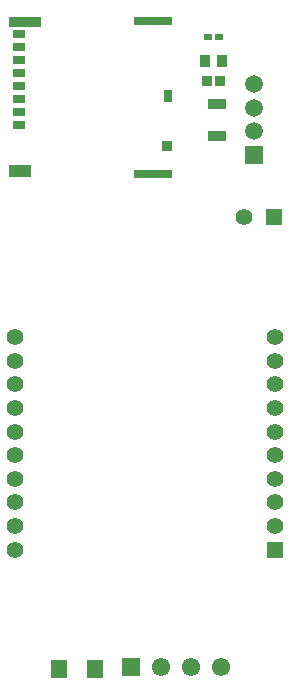
<source format=gbr>
%TF.GenerationSoftware,Altium Limited,Altium Designer,20.0.9 (164)*%
G04 Layer_Color=255*
%FSLAX26Y26*%
%MOIN*%
%TF.FileFunction,Pads,Top*%
%TF.Part,Single*%
G01*
G75*
%TA.AperFunction,SMDPad,CuDef*%
%ADD10R,0.055118X0.059055*%
%ADD11R,0.033465X0.035433*%
%ADD12R,0.025984X0.024409*%
%ADD13R,0.037402X0.041339*%
%TA.AperFunction,ConnectorPad*%
%ADD14R,0.043307X0.027559*%
%ADD15R,0.110236X0.033858*%
%ADD16R,0.129921X0.027559*%
%ADD17R,0.072047X0.044882*%
%ADD18R,0.030709X0.041339*%
%ADD19R,0.036614X0.035433*%
%TA.AperFunction,SMDPad,CuDef*%
%ADD20R,0.062992X0.035433*%
%TA.AperFunction,ComponentPad*%
%ADD24R,0.055118X0.055118*%
%ADD25C,0.055118*%
%ADD26C,0.061024*%
%ADD27R,0.061024X0.061024*%
%ADD28C,0.059055*%
%ADD29R,0.059055X0.059055*%
D10*
X1215945Y730000D02*
D03*
X1334055D02*
D03*
D11*
X1752638Y2690000D02*
D03*
X1707362D02*
D03*
D12*
X1747323Y2835000D02*
D03*
X1712677D02*
D03*
D13*
X1701457Y2755000D02*
D03*
X1758543D02*
D03*
D14*
X1083150Y2844449D02*
D03*
Y2801142D02*
D03*
Y2757835D02*
D03*
Y2714528D02*
D03*
Y2671220D02*
D03*
Y2627914D02*
D03*
Y2584606D02*
D03*
Y2541299D02*
D03*
D15*
X1102835Y2886969D02*
D03*
D16*
X1527244Y2890118D02*
D03*
Y2379882D02*
D03*
D17*
X1083740Y2388543D02*
D03*
D18*
X1576850Y2638740D02*
D03*
D19*
X1573898Y2470827D02*
D03*
D20*
X1740000Y2506850D02*
D03*
Y2613150D02*
D03*
D24*
X1930000Y2235000D02*
D03*
X1935000Y1126339D02*
D03*
D25*
X1830000Y2235000D02*
D03*
X1068858Y1126339D02*
D03*
Y1205079D02*
D03*
Y1283819D02*
D03*
Y1362559D02*
D03*
Y1441299D02*
D03*
Y1520039D02*
D03*
Y1598780D02*
D03*
Y1677520D02*
D03*
Y1756260D02*
D03*
Y1835000D02*
D03*
X1935000D02*
D03*
Y1756260D02*
D03*
Y1677520D02*
D03*
Y1598780D02*
D03*
Y1520039D02*
D03*
Y1441299D02*
D03*
Y1362559D02*
D03*
Y1283819D02*
D03*
Y1205079D02*
D03*
D26*
X1755000Y735000D02*
D03*
X1655000D02*
D03*
X1555000D02*
D03*
D27*
X1455000D02*
D03*
D28*
X1865000Y2679032D02*
D03*
Y2521551D02*
D03*
Y2600291D02*
D03*
D29*
Y2442811D02*
D03*
%TF.MD5,167fcaf5469911b1ac6ac13cb51fe7df*%
M02*

</source>
